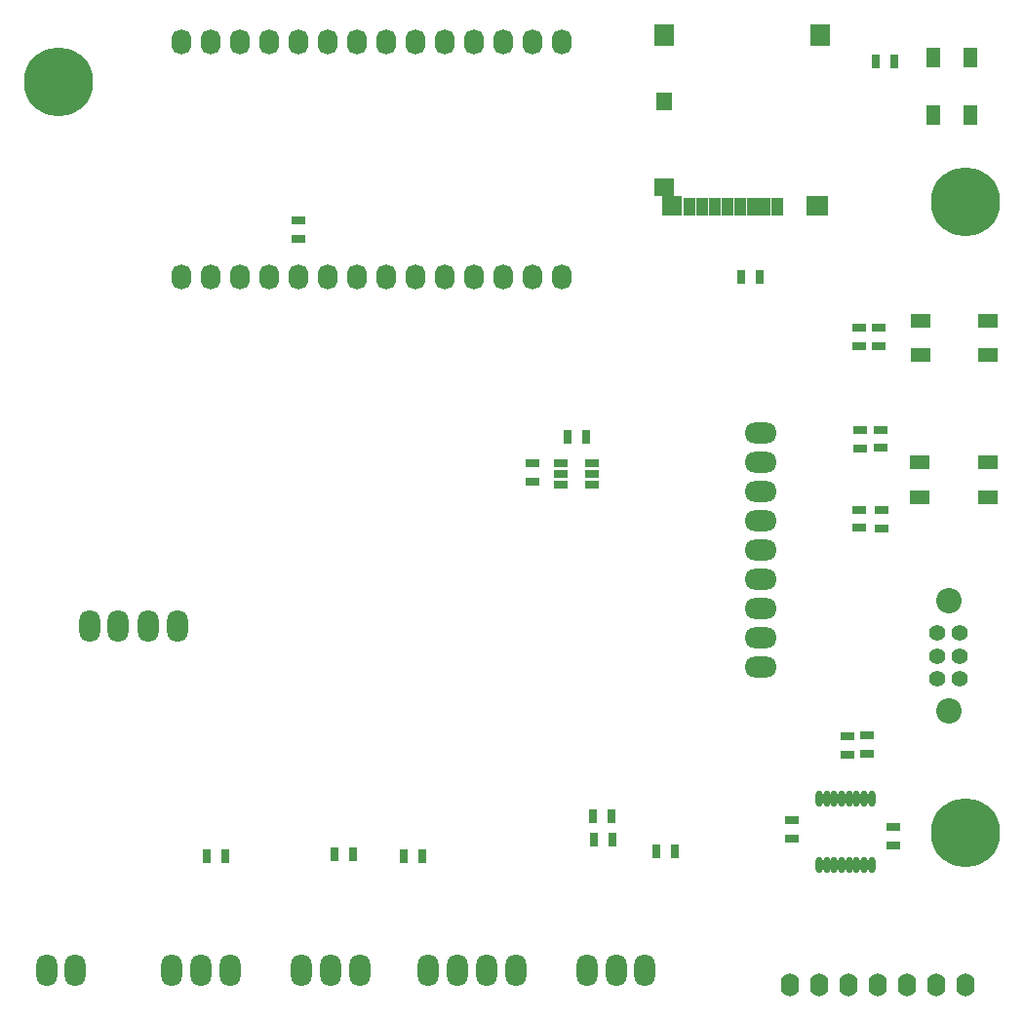
<source format=gts>
G04*
G04 #@! TF.GenerationSoftware,Altium Limited,Altium Designer,21.6.4 (81)*
G04*
G04 Layer_Color=8388736*
%FSLAX44Y44*%
%MOMM*%
G71*
G04*
G04 #@! TF.SameCoordinates,B6620421-005C-40FD-BBE8-42AC4C8AC442*
G04*
G04*
G04 #@! TF.FilePolarity,Negative*
G04*
G01*
G75*
%ADD29R,0.8032X1.1532*%
%ADD30R,1.1532X0.8032*%
%ADD31R,1.2032X0.7032*%
%ADD32O,0.6032X1.4032*%
%ADD33R,1.7032X1.5032*%
%ADD34R,1.7032X1.9032*%
%ADD35R,1.4032X1.6032*%
%ADD36R,1.9032X1.7032*%
%ADD37R,1.8032X1.7032*%
%ADD38R,1.0032X1.6032*%
%ADD39R,1.2032X1.7032*%
%ADD40R,1.7532X1.2032*%
%ADD41O,1.6032X2.0032*%
%ADD42O,2.8032X1.8032*%
%ADD43O,1.8032X2.8032*%
%ADD44O,1.7032X2.2032*%
%ADD45C,1.4032*%
%ADD46C,2.2032*%
%ADD47C,6.0000*%
D29*
X655514Y637540D02*
D03*
X671514D02*
D03*
X542670Y168910D02*
D03*
X526670D02*
D03*
X527178Y148590D02*
D03*
X543178D02*
D03*
X597788Y138938D02*
D03*
X581788D02*
D03*
X362156Y134366D02*
D03*
X378156D02*
D03*
X504826Y498348D02*
D03*
X520826D02*
D03*
X772416Y823976D02*
D03*
X788416D02*
D03*
X318134Y136144D02*
D03*
X302134D02*
D03*
X207390Y134366D02*
D03*
X191390D02*
D03*
D30*
X699262Y149480D02*
D03*
Y165480D02*
D03*
X764286Y238886D02*
D03*
Y222886D02*
D03*
X747268Y238632D02*
D03*
Y222632D02*
D03*
X271272Y670434D02*
D03*
Y686434D02*
D03*
X787400Y159764D02*
D03*
Y143764D02*
D03*
X474472Y475662D02*
D03*
Y459662D02*
D03*
X757686Y419266D02*
D03*
Y435266D02*
D03*
X777122Y418592D02*
D03*
Y434592D02*
D03*
X776165Y488648D02*
D03*
Y504648D02*
D03*
X758415Y504148D02*
D03*
Y488148D02*
D03*
X758081Y577144D02*
D03*
Y593144D02*
D03*
X774678Y592961D02*
D03*
Y576961D02*
D03*
D31*
X498636Y475618D02*
D03*
Y466118D02*
D03*
Y456618D02*
D03*
X525636D02*
D03*
Y466118D02*
D03*
Y475618D02*
D03*
D32*
X722994Y126948D02*
D03*
X729494D02*
D03*
X735994D02*
D03*
X742494D02*
D03*
X748994D02*
D03*
X755494D02*
D03*
X761994D02*
D03*
X768494D02*
D03*
X722994Y183948D02*
D03*
X729494D02*
D03*
X735994D02*
D03*
X742494D02*
D03*
X748994D02*
D03*
X755494D02*
D03*
X761994D02*
D03*
X768494D02*
D03*
D33*
X588518Y715432D02*
D03*
D34*
X723518Y847432D02*
D03*
X588518D02*
D03*
D35*
Y789432D02*
D03*
D36*
X721018Y698932D02*
D03*
D37*
X595018D02*
D03*
D38*
X687018Y697932D02*
D03*
X676018D02*
D03*
X665018D02*
D03*
X654018D02*
D03*
X643018D02*
D03*
X632018D02*
D03*
X621018D02*
D03*
X610018D02*
D03*
D39*
X853946Y827640D02*
D03*
X821946D02*
D03*
Y777640D02*
D03*
X853946D02*
D03*
D40*
X869732Y599200D02*
D03*
X810732D02*
D03*
Y569200D02*
D03*
X869732D02*
D03*
X869296Y476293D02*
D03*
X810296D02*
D03*
Y446293D02*
D03*
X869296D02*
D03*
D41*
X824992Y22352D02*
D03*
X849992D02*
D03*
X748792D02*
D03*
X722992D02*
D03*
X697992D02*
D03*
X774192D02*
D03*
X799592D02*
D03*
D42*
X672592Y400450D02*
D03*
Y375050D02*
D03*
Y298850D02*
D03*
Y323850D02*
D03*
Y349650D02*
D03*
Y476650D02*
D03*
Y450850D02*
D03*
Y425850D02*
D03*
Y502050D02*
D03*
D43*
X571746Y35590D02*
D03*
X546746D02*
D03*
X521346D02*
D03*
X165500Y334518D02*
D03*
X89300D02*
D03*
X114300D02*
D03*
X140100D02*
D03*
X52070Y35590D02*
D03*
X77070D02*
D03*
X211623D02*
D03*
X186623D02*
D03*
X161223D02*
D03*
X324096D02*
D03*
X299096D02*
D03*
X273696D02*
D03*
X434596D02*
D03*
X459596D02*
D03*
X409196D02*
D03*
X383796D02*
D03*
D44*
X499872Y637540D02*
D03*
X474472D02*
D03*
X449072D02*
D03*
X423672D02*
D03*
X398272D02*
D03*
X372872D02*
D03*
X347472D02*
D03*
X322072D02*
D03*
X296672D02*
D03*
X271272D02*
D03*
X245872D02*
D03*
X220472D02*
D03*
X195072D02*
D03*
D03*
X499872Y841040D02*
D03*
X474472D02*
D03*
X449072D02*
D03*
X423672D02*
D03*
X398272D02*
D03*
X372872D02*
D03*
X347472D02*
D03*
X322072D02*
D03*
X296672D02*
D03*
X271272D02*
D03*
X245872D02*
D03*
X220472D02*
D03*
X195072D02*
D03*
X169672D02*
D03*
Y637540D02*
D03*
D45*
X845246Y288168D02*
D03*
Y308168D02*
D03*
Y328168D02*
D03*
X825246Y288168D02*
D03*
Y308168D02*
D03*
Y328168D02*
D03*
D46*
X835246Y260168D02*
D03*
Y356168D02*
D03*
D47*
X849884Y702818D02*
D03*
Y154432D02*
D03*
X62992Y806196D02*
D03*
M02*

</source>
